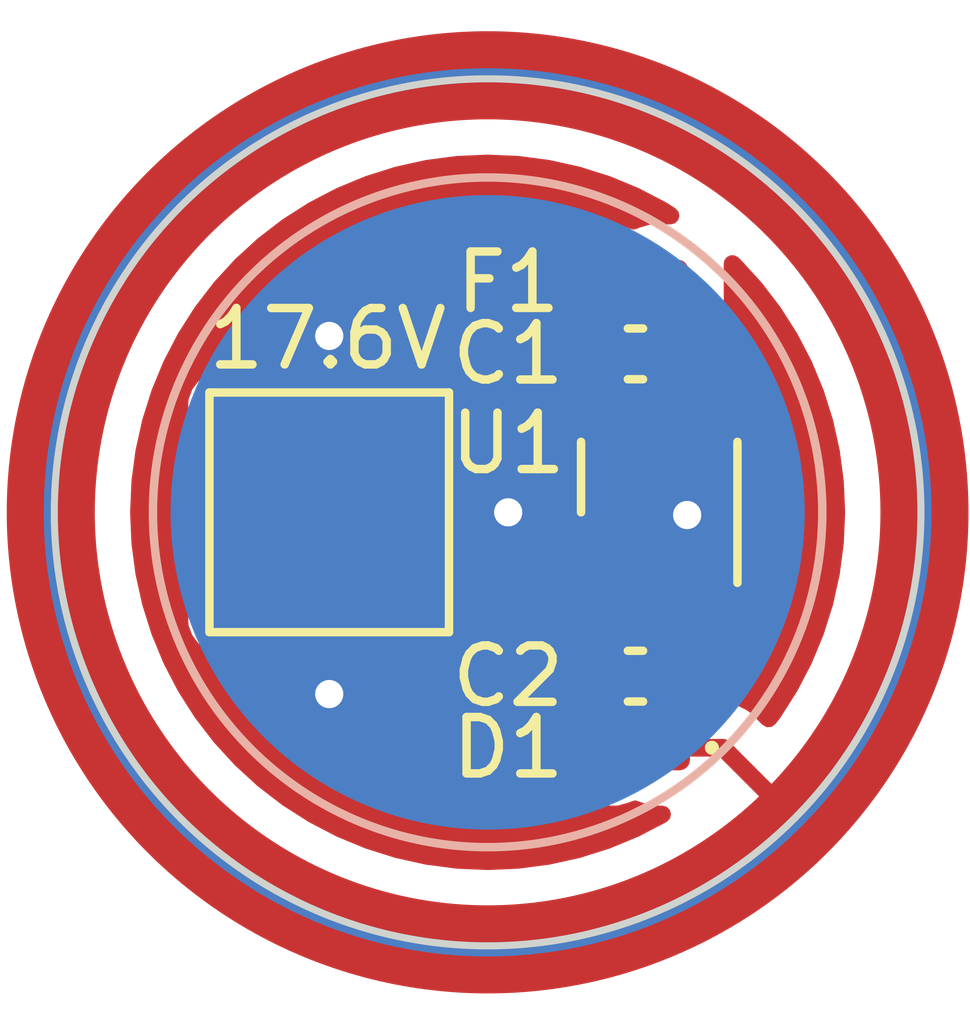
<source format=kicad_pcb>
(kicad_pcb (version 20221018) (generator pcbnew)
  (layers (0 "F.Cu" signal) (31 "B.Cu" signal) (34 "B.Paste" user) (35 "F.Paste" user) (36 "B.SilkS" user "B.Silkscreen") (37 "F.SilkS" user "F.Silkscreen") (38 "B.Mask" user) (39 "F.Mask" user) (44 "Edge.Cuts" user))
  (net 0 "")
  (net 1 "+BATT")
  (net 2 "GND")
  (net 3 "Net-(D1-A)")
  (net 4 "+17.6V")
  (net 5 "Net-(U1-EN)")
  (footprint "Fuse:Fuse_0402_1005Metric" (layer "F.Cu") (at 52.07 46.736)
    (fp_text reference "F1" (at -1.778 0) (layer "F.SilkS") (effects (font (size 0.8 0.8) (thickness 0.12))))
    (fp_text value "Fuse")
    (pad "1" smd roundrect (at -0.485 0) (size 0.59 0.64) (layers "F.Cu" "F.Paste" "F.Mask") (net 4 "+17.6V"))
    (pad "2" smd roundrect (at 0.485 0) (size 0.59 0.64) (layers "F.Cu" "F.Paste" "F.Mask") (net 5 "Net-(U1-EN)"))
  )
  (footprint "Capacitor_SMD:C_0402_1005Metric" (layer "F.Cu") (at 52.098 47.752)
    (fp_text reference "C1" (at -1.806 0) (layer "F.SilkS") (effects (font (size 0.8 0.8) (thickness 0.12))))
    (fp_text value "1uF")
    (fp_line (start -0.107836 -0.36) (end 0.107836 -0.36) (stroke (width 0.12)) (layer "F.SilkS"))
    (fp_line (start -0.107836 0.36) (end 0.107836 0.36) (stroke (width 0.12)) (layer "F.SilkS"))
    (pad "1" smd roundrect (at -0.48 0) (size 0.56 0.62) (layers "F.Cu" "F.Paste" "F.Mask") (net 5 "Net-(U1-EN)"))
    (pad "2" smd roundrect (at 0.48 0) (size 0.56 0.62) (layers "F.Cu" "F.Paste" "F.Mask") (net 2 "GND"))
  )
  (footprint "Capacitor_SMD:C_0402_1005Metric" (layer "F.Cu") (at 52.098 52.324)
    (fp_text reference "C2" (at -1.806 0) (layer "F.SilkS") (effects (font (size 0.8 0.8) (thickness 0.12))))
    (fp_text value "1uF")
    (fp_line (start -0.107836 -0.36) (end 0.107836 -0.36) (stroke (width 0.12)) (layer "F.SilkS"))
    (fp_line (start -0.107836 0.36) (end 0.107836 0.36) (stroke (width 0.12)) (layer "F.SilkS"))
    (pad "1" smd roundrect (at -0.48 0) (size 0.56 0.62) (layers "F.Cu" "F.Paste" "F.Mask") (net 3 "Net-(D1-A)"))
    (pad "2" smd roundrect (at 0.48 0) (size 0.56 0.62) (layers "F.Cu" "F.Paste" "F.Mask") (net 2 "GND"))
  )
  (footprint "Package_SON:WSON-6-1EP_2x2mm_P0.65mm_EP1x1.6mm" (layer "F.Cu") (at 52.436 50 90)
    (fp_text reference "U1" (at 0.978 -2.144 180) (layer "F.SilkS") (effects (font (size 0.8 0.8) (thickness 0.12))))
    (fp_text value "NCP718AMT330TBG")
    (fp_line (start -1 1.11) (end 1 1.11) (stroke (width 0.12)) (layer "F.SilkS"))
    (fp_line (start 0 -1.11) (end 1 -1.11) (stroke (width 0.12)) (layer "F.SilkS"))
    (pad "1" smd roundrect (at -0.8875 -0.65 90) (size 0.375 0.4) (layers "F.Cu" "F.Paste" "F.Mask") (net 3 "Net-(D1-A)"))
    (pad "2" smd roundrect (at -0.8875 0 90) (size 0.375 0.4) (layers "F.Cu" "F.Paste" "F.Mask"))
    (pad "3" smd roundrect (at -0.8875 0.65 90) (size 0.375 0.4) (layers "F.Cu" "F.Paste" "F.Mask") (net 2 "GND"))
    (pad "4" smd roundrect (at 0.8875 0.65 90) (size 0.375 0.4) (layers "F.Cu" "F.Paste" "F.Mask") (net 5 "Net-(U1-EN)"))
    (pad "5" smd roundrect (at 0.8875 0 90) (size 0.375 0.4) (layers "F.Cu" "F.Paste" "F.Mask"))
    (pad "6" smd roundrect (at 0.8875 -0.65 90) (size 0.375 0.4) (layers "F.Cu" "F.Paste" "F.Mask") (net 5 "Net-(U1-EN)"))
    (pad "7" smd rect (at 0 0 90) (size 1 1.6) (layers "F.Cu" "F.Mask") (net 2 "GND"))
  )
  (footprint "Diode_SMD:D_0402_1005Metric" (layer "F.Cu") (at 52.093 53.34 180)
    (fp_text reference "D1" (at 1.801 0 180) (layer "F.SilkS") (effects (font (size 0.8 0.8) (thickness 0.12))))
    (fp_text value "D_Schottky")
    (fp_circle (center -1.09 0) (end -1.04 0) (stroke (width 0.1)) (fill none) (layer "F.SilkS"))
    (pad "1" smd roundrect (at -0.485 0 180) (size 0.59 0.64) (layers "F.Cu" "F.Paste" "F.Mask") (net 1 "+BATT"))
    (pad "2" smd roundrect (at 0.485 0 180) (size 0.59 0.64) (layers "F.Cu" "F.Paste" "F.Mask") (net 3 "Net-(D1-A)"))
  )
  (footprint "TestPoint:TestPoint_Pad_3.0x3.0mm" (layer "F.Cu") (at 47.752 50)
    (fp_text reference "J1" hide)
    (fp_text value "Conn_01x01")
    (fp_line (start -1.7 -1.7) (end 1.7 -1.7) (stroke (width 0.12)) (layer "F.SilkS"))
    (fp_line (start -1.7 1.7) (end -1.7 -1.7) (stroke (width 0.12)) (layer "F.SilkS"))
    (fp_line (start 1.7 -1.7) (end 1.7 1.7) (stroke (width 0.12)) (layer "F.SilkS"))
    (fp_line (start 1.7 1.7) (end -1.7 1.7) (stroke (width 0.12)) (layer "F.SilkS"))
    (pad "1" smd rect (at 0 0) (size 3 3) (layers "F.Cu" "F.Mask") (net 4 "+17.6V"))
  )
  (footprint "TestPoint:TestPoint_Pad_D4.0mm" (layer "B.Cu") (at 50 50 180)
    (fp_text reference "J2" hide)
    (fp_text value "Conn_01x01")
    (fp_circle (center 0 0) (end 4.75 0) (stroke (width 0.12)) (fill none) (layer "B.SilkS"))
    (pad "1" smd circle (at 0 0 180) (size 9 9) (layers "B.Cu" "B.Mask") (net 2 "GND"))
  )
  (gr_circle (center 50 50) (end 56.2 50) (stroke (width 1.25)) (fill none) (layer "F.Cu"))
  (gr_circle (center 50 50) (end 56.2 50) (stroke (width 0.2)) (fill none) (layer "B.Cu"))
  (gr_circle (center 50 50) (end 56.15 50) (stroke (width 0.1)) (fill none) (layer "Edge.Cuts"))
  (gr_text "17.6V" (at 45.974 48.006) (layer "F.SilkS") (effects (font (size 0.8 0.8) (thickness 0.12)) (justify left bottom)))
  (segment (start 53.34 53.34) (end 54.102 54.102) (width 0.25) (layer "F.Cu") (net 1))
  (segment (start 52.578 53.34) (end 53.34 53.34) (width 0.25) (layer "F.Cu") (net 1))
  (segment (start 52.832 50.038) (end 52.474 50.038) (width 0.25) (layer "F.Cu") (net 2))
  (segment (start 53.086 50.8875) (end 53.086 50.65) (width 0.25) (layer "F.Cu") (net 2))
  (segment (start 53.086 50.65) (end 52.832 50.396) (width 0.25) (layer "F.Cu") (net 2))
  (segment (start 52.832 50.396) (end 52.832 50.038) (width 0.25) (layer "F.Cu") (net 2))
  (segment (start 52.436 50) (end 50.292 50) (width 0.25) (layer "F.Cu") (net 2))
  (segment (start 52.474 50.038) (end 52.436 50) (width 0.25) (layer "F.Cu") (net 2))
  (via (at 50.292 50) (size 0.8) (drill 0.4) (layers "F.Cu" "B.Cu") (net 2))
  (via (at 47.752 47.498) (size 0.8) (drill 0.4) (layers "F.Cu" "B.Cu") (net 2))
  (via (at 47.752 52.578) (size 0.8) (drill 0.4) (layers "F.Cu" "B.Cu") (net 2))
  (via (at 52.832 50.038) (size 0.8) (drill 0.4) (layers "F.Cu" "B.Cu") (net 2))
  (segment (start 51.618 52.324) (end 51.618 53.33) (width 0.25) (layer "F.Cu") (net 3))
  (segment (start 51.786 50.8875) (end 51.786 52.156) (width 0.25) (layer "F.Cu") (net 3))
  (segment (start 51.618 53.33) (end 51.608 53.34) (width 0.25) (layer "F.Cu") (net 3))
  (segment (start 51.786 52.156) (end 51.618 52.324) (width 0.25) (layer "F.Cu") (net 3))
  (segment (start 51.016 46.736) (end 51.585 46.736) (width 0.25) (layer "F.Cu") (net 4))
  (segment (start 47.752 50) (end 51.016 46.736) (width 0.25) (layer "F.Cu") (net 4))
  (segment (start 52.555 46.736) (end 52.555 46.807391) (width 0.25) (layer "F.Cu") (net 5))
  (segment (start 52.156298 48.6) (end 52.918 48.6) (width 0.25) (layer "F.Cu") (net 5))
  (segment (start 51.618 47.752) (end 51.618 48.9445) (width 0.25) (layer "F.Cu") (net 5))
  (segment (start 51.618 47.744391) (end 51.618 47.752) (width 0.25) (layer "F.Cu") (net 5))
  (segment (start 51.618 48.061702) (end 52.156298 48.6) (width 0.25) (layer "F.Cu") (net 5))
  (segment (start 52.918 48.6) (end 53.086 48.768) (width 0.25) (layer "F.Cu") (net 5))
  (segment (start 53.086 48.768) (end 53.086 49.1125) (width 0.25) (layer "F.Cu") (net 5))
  (segment (start 52.555 46.807391) (end 51.618 47.744391) (width 0.25) (layer "F.Cu") (net 5))
  (segment (start 51.618 48.9445) (end 51.786 49.1125) (width 0.25) (layer "F.Cu") (net 5))
  (segment (start 51.618 47.752) (end 51.618 48.061702) (width 0.25) (layer "F.Cu") (net 5))
  (zone (net 2) (net_name "GND") (layer "F.Cu") (connect_pads (clearance 0.5)) (min_thickness 0.25) (fill yes (thermal_gap 0.5) (thermal_bridge_width 0.5))
    (polygon (pts (xy 43.942 43.942) (xy 56.134 43.942) (xy 56.134 56.134) (xy 43.942 56.134)))
  )
)
</source>
